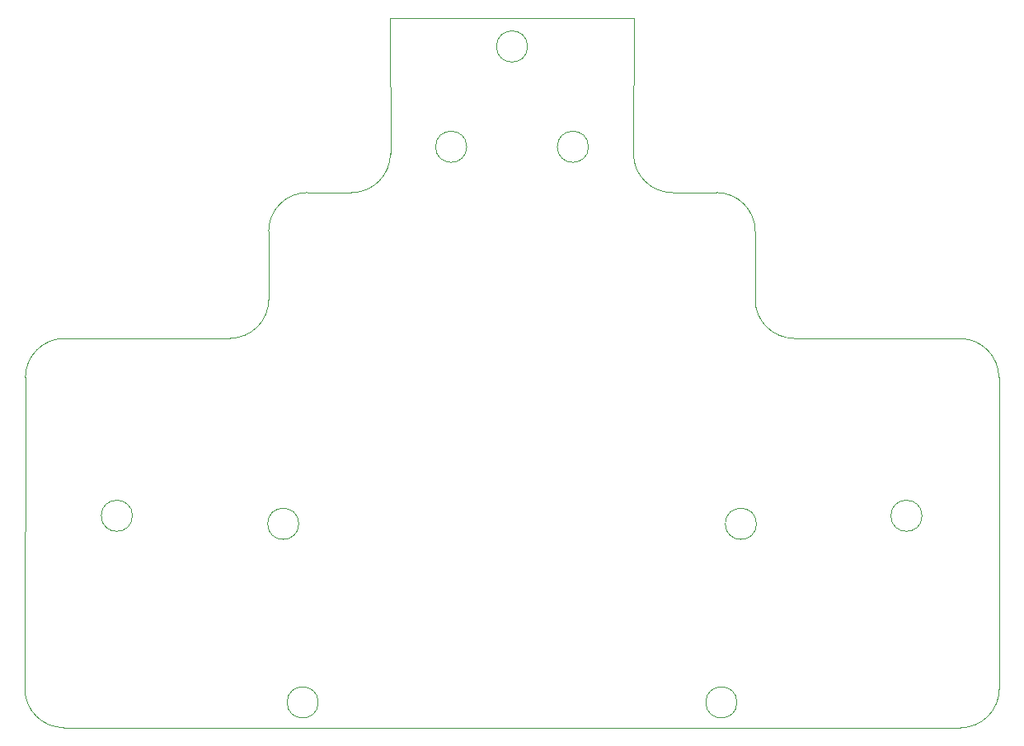
<source format=gbr>
%TF.GenerationSoftware,KiCad,Pcbnew,7.0.2*%
%TF.CreationDate,2023-11-09T20:15:28+01:00*%
%TF.ProjectId,Motherboard,4d6f7468-6572-4626-9f61-72642e6b6963,rev?*%
%TF.SameCoordinates,Original*%
%TF.FileFunction,Profile,NP*%
%FSLAX46Y46*%
G04 Gerber Fmt 4.6, Leading zero omitted, Abs format (unit mm)*
G04 Created by KiCad (PCBNEW 7.0.2) date 2023-11-09 20:15:28*
%MOMM*%
%LPD*%
G01*
G04 APERTURE LIST*
%TA.AperFunction,Profile*%
%ADD10C,0.100000*%
%TD*%
G04 APERTURE END LIST*
D10*
X105510400Y-96634000D02*
G75*
G03*
X105510400Y-96634000I-1600000J0D01*
G01*
X186601600Y-96634000D02*
G75*
G03*
X186601600Y-96634000I-1600000J0D01*
G01*
X190494000Y-78413600D02*
X173462801Y-78387199D01*
X123494800Y-63398400D02*
G75*
G03*
X119494800Y-67398400I0J-4000000D01*
G01*
X152344000Y-58690000D02*
G75*
G03*
X152344000Y-58690000I-1600000J0D01*
G01*
X98532800Y-78400400D02*
X115513200Y-78387200D01*
X169594000Y-97460000D02*
G75*
G03*
X169594000Y-97460000I-1600000J0D01*
G01*
X132010000Y-59401200D02*
X131994000Y-45482000D01*
X156966000Y-59401200D02*
X156994000Y-45482000D01*
X98532800Y-78400400D02*
G75*
G03*
X94519600Y-82413600I0J-4013200D01*
G01*
X128010000Y-63401200D02*
G75*
G03*
X132010000Y-59401200I0J4000000D01*
G01*
X194494000Y-82413600D02*
X194531600Y-114430800D01*
X169471973Y-67395227D02*
G75*
G03*
X165471973Y-63395227I-3999973J27D01*
G01*
X128010000Y-63401200D02*
X123494800Y-63398400D01*
X169462801Y-74387199D02*
X169471973Y-67395227D01*
X119513200Y-74387200D02*
X119494800Y-67398400D01*
X131994000Y-45482000D02*
X156994000Y-45482000D01*
X156966000Y-59401200D02*
G75*
G03*
X160966000Y-63401200I4000000J0D01*
G01*
X124594000Y-115824000D02*
G75*
G03*
X124594000Y-115824000I-1600000J0D01*
G01*
X98468800Y-118417600D02*
X190531600Y-118430800D01*
X194494000Y-82413600D02*
G75*
G03*
X190494000Y-78413600I-4000000J0D01*
G01*
X165471973Y-63395227D02*
X160966000Y-63401200D01*
X115513200Y-78387200D02*
G75*
G03*
X119513200Y-74387200I0J4000000D01*
G01*
X94519600Y-82413600D02*
X94468800Y-114417600D01*
X139844000Y-58690000D02*
G75*
G03*
X139844000Y-58690000I-1600000J0D01*
G01*
X94468800Y-114417600D02*
G75*
G03*
X98468800Y-118417600I4000000J0D01*
G01*
X169462801Y-74387199D02*
G75*
G03*
X173462801Y-78387199I3999999J-1D01*
G01*
X122594000Y-97460000D02*
G75*
G03*
X122594000Y-97460000I-1600000J0D01*
G01*
X190531600Y-118430800D02*
G75*
G03*
X194531600Y-114430800I0J4000000D01*
G01*
X146094000Y-48380000D02*
G75*
G03*
X146094000Y-48380000I-1600000J0D01*
G01*
X167594000Y-115824000D02*
G75*
G03*
X167594000Y-115824000I-1600000J0D01*
G01*
M02*

</source>
